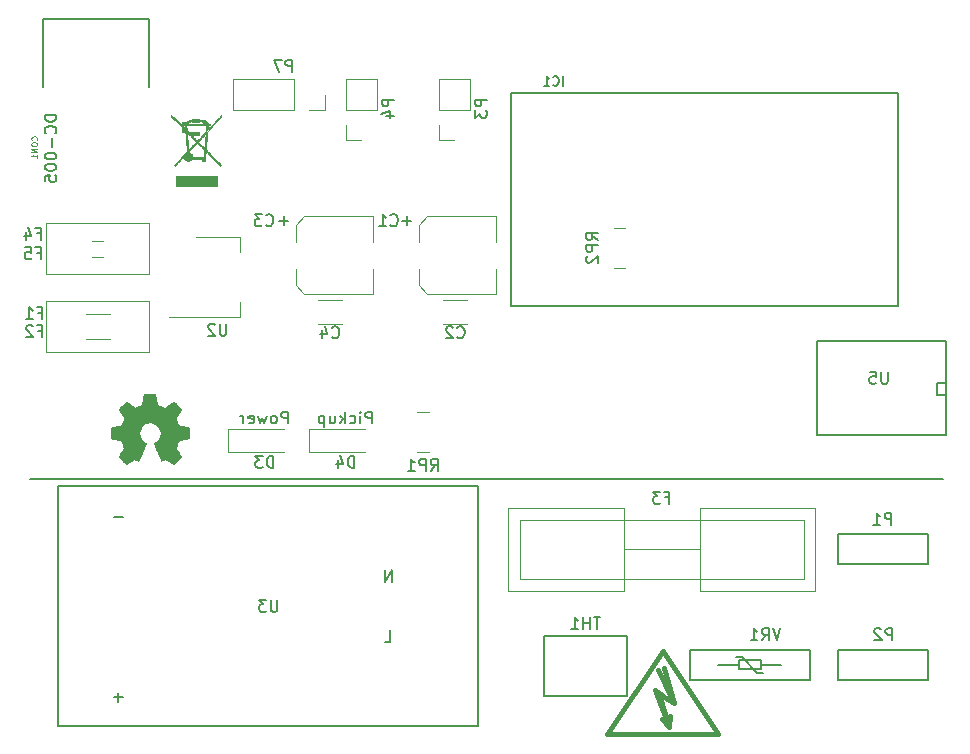
<source format=gbr>
G04 #@! TF.FileFunction,Legend,Bot*
%FSLAX46Y46*%
G04 Gerber Fmt 4.6, Leading zero omitted, Abs format (unit mm)*
G04 Created by KiCad (PCBNEW 4.0.4-stable) date 07/15/18 19:45:34*
%MOMM*%
%LPD*%
G01*
G04 APERTURE LIST*
%ADD10C,0.100000*%
%ADD11C,0.200000*%
%ADD12C,0.381000*%
%ADD13C,0.120000*%
%ADD14C,0.150000*%
%ADD15C,0.010000*%
%ADD16C,0.125000*%
%ADD17C,0.160000*%
G04 APERTURE END LIST*
D10*
D11*
X199834500Y-95885000D02*
X122555000Y-95885000D01*
D12*
X176646840Y-116880640D02*
X175447960Y-113781840D01*
X175447960Y-113781840D02*
X176047400Y-114180620D01*
X177048160Y-114881660D02*
X175747680Y-112080040D01*
X176646840Y-116880640D02*
X176047400Y-116182140D01*
X176248060Y-111881920D02*
X177048160Y-114881660D01*
X177048160Y-114881660D02*
X175849280Y-114081560D01*
X175849280Y-114081560D02*
X176646840Y-116880640D01*
X176646840Y-116880640D02*
X176748440Y-115981480D01*
X176149000Y-110490000D02*
X171450000Y-117475000D01*
X171450000Y-117475000D02*
X180848000Y-117475000D01*
X180848000Y-117475000D02*
X176149000Y-110490000D01*
D13*
X162050000Y-73662000D02*
X162050000Y-75842000D01*
X162050000Y-80262000D02*
X162050000Y-78082000D01*
X155450000Y-74422000D02*
X155450000Y-75842000D01*
X155450000Y-79502000D02*
X155450000Y-78082000D01*
X162050000Y-73662000D02*
X156210000Y-73662000D01*
X156210000Y-73662000D02*
X155450000Y-74422000D01*
X155450000Y-79502000D02*
X156210000Y-80262000D01*
X156210000Y-80262000D02*
X162050000Y-80262000D01*
X159560000Y-82808000D02*
X157560000Y-82808000D01*
X157560000Y-80768000D02*
X159560000Y-80768000D01*
X151636000Y-73662000D02*
X151636000Y-75842000D01*
X151636000Y-80262000D02*
X151636000Y-78082000D01*
X145036000Y-74422000D02*
X145036000Y-75842000D01*
X145036000Y-79502000D02*
X145036000Y-78082000D01*
X151636000Y-73662000D02*
X145796000Y-73662000D01*
X145796000Y-73662000D02*
X145036000Y-74422000D01*
X145036000Y-79502000D02*
X145796000Y-80262000D01*
X145796000Y-80262000D02*
X151636000Y-80262000D01*
X148955000Y-82808000D02*
X146955000Y-82808000D01*
X146955000Y-80768000D02*
X148955000Y-80768000D01*
D14*
X123643000Y-56921500D02*
X123643000Y-62721500D01*
X132643000Y-56921500D02*
X123643000Y-56921500D01*
X132643000Y-56921500D02*
X132643000Y-62721500D01*
D13*
X139330000Y-93596500D02*
X139330000Y-91696500D01*
X139330000Y-91696500D02*
X144030000Y-91696500D01*
X139330000Y-93596500D02*
X144030000Y-93596500D01*
X146188000Y-93596500D02*
X146188000Y-91696500D01*
X146188000Y-91696500D02*
X150888000Y-91696500D01*
X146188000Y-93596500D02*
X150888000Y-93596500D01*
X123900000Y-85114500D02*
X132640000Y-85114500D01*
X123900000Y-85114500D02*
X123900000Y-80874500D01*
X132640000Y-80874500D02*
X132640000Y-85114500D01*
X132640000Y-80874500D02*
X123900000Y-80874500D01*
X129334000Y-81924500D02*
X127334000Y-81924500D01*
X127334000Y-84064500D02*
X129334000Y-84064500D01*
X172805000Y-101854000D02*
X179305000Y-101854000D01*
X172805000Y-98354000D02*
X172805000Y-105354000D01*
X164055000Y-105354000D02*
X172805000Y-105354000D01*
X164055000Y-98354000D02*
X172805000Y-98354000D01*
X186805000Y-104354000D02*
X188055000Y-104354000D01*
X186555000Y-99354000D02*
X188055000Y-99354000D01*
X174555000Y-104354000D02*
X186805000Y-104354000D01*
X174805000Y-99354000D02*
X186555000Y-99354000D01*
X164055000Y-104354000D02*
X174555000Y-104354000D01*
X164055000Y-99354000D02*
X174805000Y-99354000D01*
X164055000Y-99354000D02*
X164055000Y-104354000D01*
X163055000Y-98354000D02*
X164055000Y-98354000D01*
X163055000Y-98354000D02*
X163055000Y-105354000D01*
X163055000Y-105354000D02*
X164055000Y-105354000D01*
X188055000Y-99354000D02*
X188055000Y-104354000D01*
X179305000Y-98354000D02*
X189055000Y-98354000D01*
X189055000Y-98354000D02*
X189055000Y-105354000D01*
X179305000Y-105354000D02*
X189055000Y-105354000D01*
X179305000Y-98354000D02*
X179305000Y-105354000D01*
X128770000Y-75710500D02*
X127770000Y-75710500D01*
X127770000Y-77070500D02*
X128770000Y-77070500D01*
X123900000Y-78510500D02*
X132640000Y-78510500D01*
X123900000Y-78510500D02*
X123900000Y-74270500D01*
X132640000Y-74270500D02*
X132640000Y-78510500D01*
X132640000Y-74270500D02*
X123900000Y-74270500D01*
D14*
X198564000Y-100584000D02*
X198564000Y-103124000D01*
X198564000Y-103124000D02*
X190944000Y-103124000D01*
X190944000Y-103124000D02*
X190944000Y-100584000D01*
X190944000Y-100584000D02*
X198564000Y-100584000D01*
X198628000Y-110363000D02*
X198628000Y-112903000D01*
X198628000Y-112903000D02*
X191008000Y-112903000D01*
X191008000Y-112903000D02*
X191008000Y-110363000D01*
X191008000Y-110363000D02*
X198628000Y-110363000D01*
D13*
X157166000Y-62043000D02*
X159826000Y-62043000D01*
X157166000Y-64643000D02*
X157166000Y-62043000D01*
X159826000Y-64643000D02*
X159826000Y-62043000D01*
X157166000Y-64643000D02*
X159826000Y-64643000D01*
X157166000Y-65913000D02*
X157166000Y-67243000D01*
X157166000Y-67243000D02*
X158496000Y-67243000D01*
X149292000Y-62043000D02*
X151952000Y-62043000D01*
X149292000Y-64643000D02*
X149292000Y-62043000D01*
X151952000Y-64643000D02*
X151952000Y-62043000D01*
X149292000Y-64643000D02*
X151952000Y-64643000D01*
X149292000Y-65913000D02*
X149292000Y-67243000D01*
X149292000Y-67243000D02*
X150622000Y-67243000D01*
X156329000Y-90268000D02*
X155329000Y-90268000D01*
X156329000Y-93628000D02*
X155329000Y-93628000D01*
X172966000Y-74647000D02*
X171966000Y-74647000D01*
X172966000Y-78007000D02*
X171966000Y-78007000D01*
D14*
X166068000Y-109166000D02*
X173068000Y-109166000D01*
X166068000Y-114266000D02*
X173068000Y-114266000D01*
X173068000Y-114266000D02*
X173068000Y-109166000D01*
X166068000Y-114266000D02*
X166068000Y-109166000D01*
D13*
X140340000Y-75393500D02*
X140340000Y-76653500D01*
X140340000Y-82213500D02*
X140340000Y-80953500D01*
X136580000Y-75393500D02*
X140340000Y-75393500D01*
X134330000Y-82213500D02*
X140340000Y-82213500D01*
D14*
X200152000Y-92202000D02*
X200152000Y-84201000D01*
X189230000Y-84201000D02*
X189230000Y-92202000D01*
X200152000Y-84201000D02*
X189230000Y-84201000D01*
X189230000Y-92202000D02*
X200152000Y-92202000D01*
X200152000Y-87757000D02*
X199390000Y-87757000D01*
X199390000Y-87757000D02*
X199390000Y-88773000D01*
X199390000Y-88773000D02*
X200152000Y-88773000D01*
X182575200Y-111633000D02*
X180848000Y-111633000D01*
X184480200Y-111633000D02*
X186182000Y-111633000D01*
X188595000Y-112903000D02*
X188595000Y-110363000D01*
X188595000Y-110363000D02*
X178435000Y-110363000D01*
X178435000Y-110363000D02*
X178435000Y-112903000D01*
X178435000Y-112903000D02*
X188595000Y-112903000D01*
X184150000Y-112331500D02*
X184658000Y-112331500D01*
X182880000Y-110934500D02*
X182372000Y-110934500D01*
X184150000Y-112331500D02*
X182880000Y-110934500D01*
X184467500Y-111633000D02*
X184467500Y-112014000D01*
X184467500Y-112014000D02*
X182562500Y-112014000D01*
X182562500Y-112014000D02*
X182562500Y-111633000D01*
X182562500Y-111633000D02*
X182562500Y-111252000D01*
X182562500Y-111252000D02*
X183515000Y-111252000D01*
X184467500Y-111633000D02*
X184467500Y-111252000D01*
X184467500Y-111252000D02*
X183515000Y-111252000D01*
X196088000Y-63246000D02*
X196088000Y-81280000D01*
X163322000Y-81280000D02*
X163322000Y-63246000D01*
X196088000Y-63246000D02*
X163322000Y-63246000D01*
X163322000Y-81280000D02*
X196088000Y-81280000D01*
X160528000Y-116840000D02*
X124968000Y-116840000D01*
X124968000Y-116840000D02*
X124968000Y-96520000D01*
X124968000Y-96520000D02*
X160528000Y-96520000D01*
X160528000Y-96520000D02*
X160528000Y-116840000D01*
D13*
X139767000Y-64703000D02*
X139767000Y-62043000D01*
X144907000Y-64703000D02*
X139767000Y-64703000D01*
X144907000Y-62043000D02*
X139767000Y-62043000D01*
X144907000Y-64703000D02*
X144907000Y-62043000D01*
X146177000Y-64703000D02*
X147507000Y-64703000D01*
X147507000Y-64703000D02*
X147507000Y-63373000D01*
D15*
G36*
X132159186Y-89162931D02*
X132075365Y-89607555D01*
X131766080Y-89735053D01*
X131456794Y-89862551D01*
X131085754Y-89610246D01*
X130981843Y-89539996D01*
X130887913Y-89477272D01*
X130808348Y-89424938D01*
X130747530Y-89385857D01*
X130709843Y-89362893D01*
X130699579Y-89357942D01*
X130681090Y-89370676D01*
X130641580Y-89405882D01*
X130585478Y-89459062D01*
X130517213Y-89525718D01*
X130441214Y-89601354D01*
X130361908Y-89681472D01*
X130283725Y-89761574D01*
X130211093Y-89837164D01*
X130148441Y-89903745D01*
X130100197Y-89956818D01*
X130070790Y-89991887D01*
X130063759Y-90003623D01*
X130073877Y-90025260D01*
X130102241Y-90072662D01*
X130145871Y-90141193D01*
X130201782Y-90226215D01*
X130266994Y-90323093D01*
X130304781Y-90378350D01*
X130373657Y-90479248D01*
X130434860Y-90570299D01*
X130485422Y-90646970D01*
X130522372Y-90704728D01*
X130542742Y-90739043D01*
X130545803Y-90746254D01*
X130538864Y-90766748D01*
X130519949Y-90814513D01*
X130491913Y-90882832D01*
X130457609Y-90964989D01*
X130419891Y-91054270D01*
X130381613Y-91143958D01*
X130345630Y-91227338D01*
X130314794Y-91297694D01*
X130291961Y-91348310D01*
X130279983Y-91372471D01*
X130279276Y-91373422D01*
X130260469Y-91378036D01*
X130210382Y-91388328D01*
X130134207Y-91403287D01*
X130037135Y-91421901D01*
X129924357Y-91443159D01*
X129858558Y-91455418D01*
X129738050Y-91478362D01*
X129629203Y-91500195D01*
X129537524Y-91519722D01*
X129468519Y-91535748D01*
X129427696Y-91547079D01*
X129419489Y-91550674D01*
X129411452Y-91575006D01*
X129404967Y-91629959D01*
X129400030Y-91709108D01*
X129396636Y-91806026D01*
X129394782Y-91914287D01*
X129394462Y-92027465D01*
X129395673Y-92139135D01*
X129398410Y-92242868D01*
X129402669Y-92332241D01*
X129408445Y-92400826D01*
X129415733Y-92442197D01*
X129420105Y-92450810D01*
X129446236Y-92461133D01*
X129501607Y-92475892D01*
X129578893Y-92493352D01*
X129670770Y-92511780D01*
X129702842Y-92517741D01*
X129857476Y-92546066D01*
X129979625Y-92568876D01*
X130073327Y-92587080D01*
X130142616Y-92601583D01*
X130191529Y-92613292D01*
X130224103Y-92623115D01*
X130244372Y-92631956D01*
X130256374Y-92640724D01*
X130258053Y-92642457D01*
X130274816Y-92670371D01*
X130300386Y-92724695D01*
X130332212Y-92798777D01*
X130367740Y-92885965D01*
X130404417Y-92979608D01*
X130439689Y-93073052D01*
X130471004Y-93159647D01*
X130495807Y-93232740D01*
X130511546Y-93285678D01*
X130515668Y-93311811D01*
X130515324Y-93312726D01*
X130501359Y-93334086D01*
X130469678Y-93381084D01*
X130423609Y-93448827D01*
X130366482Y-93532423D01*
X130301627Y-93626982D01*
X130283157Y-93653854D01*
X130217301Y-93751275D01*
X130159350Y-93840163D01*
X130112462Y-93915412D01*
X130079793Y-93971920D01*
X130064500Y-94004581D01*
X130063759Y-94008593D01*
X130076608Y-94029684D01*
X130112112Y-94071464D01*
X130165707Y-94129445D01*
X130232829Y-94199135D01*
X130308913Y-94276045D01*
X130389396Y-94355683D01*
X130469713Y-94433561D01*
X130545301Y-94505186D01*
X130611595Y-94566070D01*
X130664031Y-94611721D01*
X130698045Y-94637650D01*
X130707455Y-94641883D01*
X130729357Y-94631912D01*
X130774200Y-94605020D01*
X130834679Y-94565736D01*
X130881211Y-94534117D01*
X130965525Y-94476098D01*
X131065374Y-94407784D01*
X131165527Y-94339579D01*
X131219373Y-94303075D01*
X131401629Y-94179800D01*
X131554619Y-94262520D01*
X131624318Y-94298759D01*
X131683586Y-94326926D01*
X131723689Y-94342991D01*
X131733897Y-94345226D01*
X131746171Y-94328722D01*
X131770387Y-94282082D01*
X131804737Y-94209609D01*
X131847412Y-94115606D01*
X131896606Y-94004374D01*
X131950510Y-93880215D01*
X132007316Y-93747432D01*
X132065218Y-93610327D01*
X132122407Y-93473202D01*
X132177076Y-93340358D01*
X132227416Y-93216098D01*
X132271620Y-93104725D01*
X132307881Y-93010539D01*
X132334391Y-92937844D01*
X132349342Y-92890941D01*
X132351746Y-92874833D01*
X132332689Y-92854286D01*
X132290964Y-92820933D01*
X132235294Y-92781702D01*
X132230622Y-92778599D01*
X132086736Y-92663423D01*
X131970717Y-92529053D01*
X131883570Y-92379784D01*
X131826301Y-92219913D01*
X131799914Y-92053737D01*
X131805415Y-91885552D01*
X131843810Y-91719655D01*
X131916105Y-91560342D01*
X131937374Y-91525487D01*
X132048004Y-91384737D01*
X132178698Y-91271714D01*
X132324936Y-91187003D01*
X132482192Y-91131194D01*
X132645943Y-91104874D01*
X132811667Y-91108630D01*
X132974838Y-91143050D01*
X133130935Y-91208723D01*
X133275433Y-91306235D01*
X133320131Y-91345813D01*
X133433888Y-91469703D01*
X133516782Y-91600124D01*
X133573644Y-91746315D01*
X133605313Y-91891088D01*
X133613131Y-92053860D01*
X133587062Y-92217440D01*
X133529755Y-92376298D01*
X133443856Y-92524906D01*
X133332014Y-92657735D01*
X133196877Y-92769256D01*
X133179117Y-92781011D01*
X133122850Y-92819508D01*
X133080077Y-92852863D01*
X133059628Y-92874160D01*
X133059331Y-92874833D01*
X133063721Y-92897871D01*
X133081124Y-92950157D01*
X133109732Y-93027390D01*
X133147735Y-93125268D01*
X133193326Y-93239491D01*
X133244697Y-93365758D01*
X133300038Y-93499767D01*
X133357542Y-93637218D01*
X133415399Y-93773808D01*
X133471802Y-93905237D01*
X133524942Y-94027205D01*
X133573010Y-94135409D01*
X133614199Y-94225549D01*
X133646699Y-94293323D01*
X133668703Y-94334430D01*
X133677564Y-94345226D01*
X133704640Y-94336819D01*
X133755303Y-94314272D01*
X133820817Y-94281613D01*
X133856841Y-94262520D01*
X134009832Y-94179800D01*
X134192088Y-94303075D01*
X134285125Y-94366228D01*
X134386985Y-94435727D01*
X134482438Y-94501165D01*
X134530250Y-94534117D01*
X134597495Y-94579273D01*
X134654436Y-94615057D01*
X134693646Y-94636938D01*
X134706381Y-94641563D01*
X134724917Y-94629085D01*
X134765941Y-94594252D01*
X134825475Y-94540678D01*
X134899542Y-94471983D01*
X134984165Y-94391781D01*
X135037685Y-94340286D01*
X135131319Y-94248286D01*
X135212241Y-94165999D01*
X135277177Y-94096945D01*
X135322858Y-94044644D01*
X135346011Y-94012616D01*
X135348232Y-94006116D01*
X135337924Y-93981394D01*
X135309439Y-93931405D01*
X135265937Y-93861212D01*
X135210577Y-93775875D01*
X135146520Y-93680456D01*
X135128303Y-93653854D01*
X135061927Y-93557167D01*
X135002378Y-93470117D01*
X134952984Y-93397595D01*
X134917075Y-93344493D01*
X134897981Y-93315703D01*
X134896136Y-93312726D01*
X134898895Y-93289782D01*
X134913538Y-93239336D01*
X134937513Y-93168041D01*
X134968266Y-93082547D01*
X135003244Y-92989507D01*
X135039893Y-92895574D01*
X135075661Y-92807399D01*
X135107994Y-92731634D01*
X135134338Y-92674931D01*
X135152142Y-92643943D01*
X135153407Y-92642457D01*
X135164294Y-92633601D01*
X135182682Y-92624843D01*
X135212606Y-92615277D01*
X135258103Y-92603996D01*
X135323209Y-92590093D01*
X135411961Y-92572663D01*
X135528393Y-92550798D01*
X135676542Y-92523591D01*
X135708618Y-92517741D01*
X135803686Y-92499374D01*
X135886565Y-92481405D01*
X135949930Y-92465569D01*
X135986458Y-92453600D01*
X135991356Y-92450810D01*
X135999427Y-92426072D01*
X136005987Y-92370790D01*
X136011033Y-92291389D01*
X136014559Y-92194296D01*
X136016561Y-92085938D01*
X136017036Y-91972740D01*
X136015977Y-91861128D01*
X136013382Y-91757529D01*
X136009246Y-91668368D01*
X136003563Y-91600072D01*
X135996331Y-91559066D01*
X135991971Y-91550674D01*
X135967698Y-91542208D01*
X135912426Y-91528435D01*
X135831662Y-91510550D01*
X135730912Y-91489748D01*
X135615683Y-91467223D01*
X135552902Y-91455418D01*
X135433787Y-91433151D01*
X135327565Y-91412979D01*
X135239427Y-91395915D01*
X135174566Y-91382969D01*
X135138174Y-91375155D01*
X135132184Y-91373422D01*
X135122061Y-91353890D01*
X135100662Y-91306843D01*
X135070839Y-91239003D01*
X135035445Y-91157091D01*
X134997332Y-91067828D01*
X134959353Y-90977935D01*
X134924360Y-90894135D01*
X134895206Y-90823147D01*
X134874743Y-90771694D01*
X134865823Y-90746497D01*
X134865657Y-90745396D01*
X134875769Y-90725519D01*
X134904117Y-90679777D01*
X134947723Y-90612717D01*
X135003606Y-90528884D01*
X135068787Y-90432826D01*
X135106679Y-90377650D01*
X135175725Y-90276481D01*
X135237050Y-90184630D01*
X135287663Y-90106744D01*
X135324571Y-90047469D01*
X135344782Y-90011451D01*
X135347701Y-90003377D01*
X135335153Y-89984584D01*
X135300463Y-89944457D01*
X135248063Y-89887493D01*
X135182384Y-89818185D01*
X135107856Y-89741031D01*
X135028913Y-89660525D01*
X134949983Y-89581163D01*
X134875500Y-89507440D01*
X134809894Y-89443852D01*
X134757596Y-89394894D01*
X134723039Y-89365061D01*
X134711478Y-89357942D01*
X134692654Y-89367953D01*
X134647631Y-89396078D01*
X134580787Y-89439454D01*
X134496499Y-89495218D01*
X134399144Y-89560506D01*
X134325707Y-89610246D01*
X133954667Y-89862551D01*
X133336095Y-89607555D01*
X133252275Y-89162931D01*
X133168454Y-88718307D01*
X132243006Y-88718307D01*
X132159186Y-89162931D01*
X132159186Y-89162931D01*
G37*
X132159186Y-89162931D02*
X132075365Y-89607555D01*
X131766080Y-89735053D01*
X131456794Y-89862551D01*
X131085754Y-89610246D01*
X130981843Y-89539996D01*
X130887913Y-89477272D01*
X130808348Y-89424938D01*
X130747530Y-89385857D01*
X130709843Y-89362893D01*
X130699579Y-89357942D01*
X130681090Y-89370676D01*
X130641580Y-89405882D01*
X130585478Y-89459062D01*
X130517213Y-89525718D01*
X130441214Y-89601354D01*
X130361908Y-89681472D01*
X130283725Y-89761574D01*
X130211093Y-89837164D01*
X130148441Y-89903745D01*
X130100197Y-89956818D01*
X130070790Y-89991887D01*
X130063759Y-90003623D01*
X130073877Y-90025260D01*
X130102241Y-90072662D01*
X130145871Y-90141193D01*
X130201782Y-90226215D01*
X130266994Y-90323093D01*
X130304781Y-90378350D01*
X130373657Y-90479248D01*
X130434860Y-90570299D01*
X130485422Y-90646970D01*
X130522372Y-90704728D01*
X130542742Y-90739043D01*
X130545803Y-90746254D01*
X130538864Y-90766748D01*
X130519949Y-90814513D01*
X130491913Y-90882832D01*
X130457609Y-90964989D01*
X130419891Y-91054270D01*
X130381613Y-91143958D01*
X130345630Y-91227338D01*
X130314794Y-91297694D01*
X130291961Y-91348310D01*
X130279983Y-91372471D01*
X130279276Y-91373422D01*
X130260469Y-91378036D01*
X130210382Y-91388328D01*
X130134207Y-91403287D01*
X130037135Y-91421901D01*
X129924357Y-91443159D01*
X129858558Y-91455418D01*
X129738050Y-91478362D01*
X129629203Y-91500195D01*
X129537524Y-91519722D01*
X129468519Y-91535748D01*
X129427696Y-91547079D01*
X129419489Y-91550674D01*
X129411452Y-91575006D01*
X129404967Y-91629959D01*
X129400030Y-91709108D01*
X129396636Y-91806026D01*
X129394782Y-91914287D01*
X129394462Y-92027465D01*
X129395673Y-92139135D01*
X129398410Y-92242868D01*
X129402669Y-92332241D01*
X129408445Y-92400826D01*
X129415733Y-92442197D01*
X129420105Y-92450810D01*
X129446236Y-92461133D01*
X129501607Y-92475892D01*
X129578893Y-92493352D01*
X129670770Y-92511780D01*
X129702842Y-92517741D01*
X129857476Y-92546066D01*
X129979625Y-92568876D01*
X130073327Y-92587080D01*
X130142616Y-92601583D01*
X130191529Y-92613292D01*
X130224103Y-92623115D01*
X130244372Y-92631956D01*
X130256374Y-92640724D01*
X130258053Y-92642457D01*
X130274816Y-92670371D01*
X130300386Y-92724695D01*
X130332212Y-92798777D01*
X130367740Y-92885965D01*
X130404417Y-92979608D01*
X130439689Y-93073052D01*
X130471004Y-93159647D01*
X130495807Y-93232740D01*
X130511546Y-93285678D01*
X130515668Y-93311811D01*
X130515324Y-93312726D01*
X130501359Y-93334086D01*
X130469678Y-93381084D01*
X130423609Y-93448827D01*
X130366482Y-93532423D01*
X130301627Y-93626982D01*
X130283157Y-93653854D01*
X130217301Y-93751275D01*
X130159350Y-93840163D01*
X130112462Y-93915412D01*
X130079793Y-93971920D01*
X130064500Y-94004581D01*
X130063759Y-94008593D01*
X130076608Y-94029684D01*
X130112112Y-94071464D01*
X130165707Y-94129445D01*
X130232829Y-94199135D01*
X130308913Y-94276045D01*
X130389396Y-94355683D01*
X130469713Y-94433561D01*
X130545301Y-94505186D01*
X130611595Y-94566070D01*
X130664031Y-94611721D01*
X130698045Y-94637650D01*
X130707455Y-94641883D01*
X130729357Y-94631912D01*
X130774200Y-94605020D01*
X130834679Y-94565736D01*
X130881211Y-94534117D01*
X130965525Y-94476098D01*
X131065374Y-94407784D01*
X131165527Y-94339579D01*
X131219373Y-94303075D01*
X131401629Y-94179800D01*
X131554619Y-94262520D01*
X131624318Y-94298759D01*
X131683586Y-94326926D01*
X131723689Y-94342991D01*
X131733897Y-94345226D01*
X131746171Y-94328722D01*
X131770387Y-94282082D01*
X131804737Y-94209609D01*
X131847412Y-94115606D01*
X131896606Y-94004374D01*
X131950510Y-93880215D01*
X132007316Y-93747432D01*
X132065218Y-93610327D01*
X132122407Y-93473202D01*
X132177076Y-93340358D01*
X132227416Y-93216098D01*
X132271620Y-93104725D01*
X132307881Y-93010539D01*
X132334391Y-92937844D01*
X132349342Y-92890941D01*
X132351746Y-92874833D01*
X132332689Y-92854286D01*
X132290964Y-92820933D01*
X132235294Y-92781702D01*
X132230622Y-92778599D01*
X132086736Y-92663423D01*
X131970717Y-92529053D01*
X131883570Y-92379784D01*
X131826301Y-92219913D01*
X131799914Y-92053737D01*
X131805415Y-91885552D01*
X131843810Y-91719655D01*
X131916105Y-91560342D01*
X131937374Y-91525487D01*
X132048004Y-91384737D01*
X132178698Y-91271714D01*
X132324936Y-91187003D01*
X132482192Y-91131194D01*
X132645943Y-91104874D01*
X132811667Y-91108630D01*
X132974838Y-91143050D01*
X133130935Y-91208723D01*
X133275433Y-91306235D01*
X133320131Y-91345813D01*
X133433888Y-91469703D01*
X133516782Y-91600124D01*
X133573644Y-91746315D01*
X133605313Y-91891088D01*
X133613131Y-92053860D01*
X133587062Y-92217440D01*
X133529755Y-92376298D01*
X133443856Y-92524906D01*
X133332014Y-92657735D01*
X133196877Y-92769256D01*
X133179117Y-92781011D01*
X133122850Y-92819508D01*
X133080077Y-92852863D01*
X133059628Y-92874160D01*
X133059331Y-92874833D01*
X133063721Y-92897871D01*
X133081124Y-92950157D01*
X133109732Y-93027390D01*
X133147735Y-93125268D01*
X133193326Y-93239491D01*
X133244697Y-93365758D01*
X133300038Y-93499767D01*
X133357542Y-93637218D01*
X133415399Y-93773808D01*
X133471802Y-93905237D01*
X133524942Y-94027205D01*
X133573010Y-94135409D01*
X133614199Y-94225549D01*
X133646699Y-94293323D01*
X133668703Y-94334430D01*
X133677564Y-94345226D01*
X133704640Y-94336819D01*
X133755303Y-94314272D01*
X133820817Y-94281613D01*
X133856841Y-94262520D01*
X134009832Y-94179800D01*
X134192088Y-94303075D01*
X134285125Y-94366228D01*
X134386985Y-94435727D01*
X134482438Y-94501165D01*
X134530250Y-94534117D01*
X134597495Y-94579273D01*
X134654436Y-94615057D01*
X134693646Y-94636938D01*
X134706381Y-94641563D01*
X134724917Y-94629085D01*
X134765941Y-94594252D01*
X134825475Y-94540678D01*
X134899542Y-94471983D01*
X134984165Y-94391781D01*
X135037685Y-94340286D01*
X135131319Y-94248286D01*
X135212241Y-94165999D01*
X135277177Y-94096945D01*
X135322858Y-94044644D01*
X135346011Y-94012616D01*
X135348232Y-94006116D01*
X135337924Y-93981394D01*
X135309439Y-93931405D01*
X135265937Y-93861212D01*
X135210577Y-93775875D01*
X135146520Y-93680456D01*
X135128303Y-93653854D01*
X135061927Y-93557167D01*
X135002378Y-93470117D01*
X134952984Y-93397595D01*
X134917075Y-93344493D01*
X134897981Y-93315703D01*
X134896136Y-93312726D01*
X134898895Y-93289782D01*
X134913538Y-93239336D01*
X134937513Y-93168041D01*
X134968266Y-93082547D01*
X135003244Y-92989507D01*
X135039893Y-92895574D01*
X135075661Y-92807399D01*
X135107994Y-92731634D01*
X135134338Y-92674931D01*
X135152142Y-92643943D01*
X135153407Y-92642457D01*
X135164294Y-92633601D01*
X135182682Y-92624843D01*
X135212606Y-92615277D01*
X135258103Y-92603996D01*
X135323209Y-92590093D01*
X135411961Y-92572663D01*
X135528393Y-92550798D01*
X135676542Y-92523591D01*
X135708618Y-92517741D01*
X135803686Y-92499374D01*
X135886565Y-92481405D01*
X135949930Y-92465569D01*
X135986458Y-92453600D01*
X135991356Y-92450810D01*
X135999427Y-92426072D01*
X136005987Y-92370790D01*
X136011033Y-92291389D01*
X136014559Y-92194296D01*
X136016561Y-92085938D01*
X136017036Y-91972740D01*
X136015977Y-91861128D01*
X136013382Y-91757529D01*
X136009246Y-91668368D01*
X136003563Y-91600072D01*
X135996331Y-91559066D01*
X135991971Y-91550674D01*
X135967698Y-91542208D01*
X135912426Y-91528435D01*
X135831662Y-91510550D01*
X135730912Y-91489748D01*
X135615683Y-91467223D01*
X135552902Y-91455418D01*
X135433787Y-91433151D01*
X135327565Y-91412979D01*
X135239427Y-91395915D01*
X135174566Y-91382969D01*
X135138174Y-91375155D01*
X135132184Y-91373422D01*
X135122061Y-91353890D01*
X135100662Y-91306843D01*
X135070839Y-91239003D01*
X135035445Y-91157091D01*
X134997332Y-91067828D01*
X134959353Y-90977935D01*
X134924360Y-90894135D01*
X134895206Y-90823147D01*
X134874743Y-90771694D01*
X134865823Y-90746497D01*
X134865657Y-90745396D01*
X134875769Y-90725519D01*
X134904117Y-90679777D01*
X134947723Y-90612717D01*
X135003606Y-90528884D01*
X135068787Y-90432826D01*
X135106679Y-90377650D01*
X135175725Y-90276481D01*
X135237050Y-90184630D01*
X135287663Y-90106744D01*
X135324571Y-90047469D01*
X135344782Y-90011451D01*
X135347701Y-90003377D01*
X135335153Y-89984584D01*
X135300463Y-89944457D01*
X135248063Y-89887493D01*
X135182384Y-89818185D01*
X135107856Y-89741031D01*
X135028913Y-89660525D01*
X134949983Y-89581163D01*
X134875500Y-89507440D01*
X134809894Y-89443852D01*
X134757596Y-89394894D01*
X134723039Y-89365061D01*
X134711478Y-89357942D01*
X134692654Y-89367953D01*
X134647631Y-89396078D01*
X134580787Y-89439454D01*
X134496499Y-89495218D01*
X134399144Y-89560506D01*
X134325707Y-89610246D01*
X133954667Y-89862551D01*
X133336095Y-89607555D01*
X133252275Y-89162931D01*
X133168454Y-88718307D01*
X132243006Y-88718307D01*
X132159186Y-89162931D01*
G36*
X134904178Y-71089822D02*
X138424971Y-71089822D01*
X138424971Y-70222198D01*
X134904178Y-70222198D01*
X134904178Y-71089822D01*
X134904178Y-71089822D01*
G37*
X134904178Y-71089822D02*
X138424971Y-71089822D01*
X138424971Y-70222198D01*
X134904178Y-70222198D01*
X134904178Y-71089822D01*
G36*
X134527570Y-65136848D02*
X134528189Y-65223931D01*
X134979914Y-65682891D01*
X135431639Y-66141852D01*
X135431968Y-66352471D01*
X135432297Y-66563089D01*
X135707390Y-66563089D01*
X135714478Y-66616530D01*
X135717162Y-66640888D01*
X135721687Y-66686759D01*
X135727809Y-66751405D01*
X135735288Y-66832091D01*
X135743881Y-66926081D01*
X135753346Y-67030637D01*
X135763442Y-67143025D01*
X135773926Y-67260507D01*
X135784556Y-67380348D01*
X135795091Y-67499811D01*
X135805287Y-67616159D01*
X135814905Y-67726657D01*
X135823700Y-67828569D01*
X135831432Y-67919158D01*
X135837858Y-67995687D01*
X135842737Y-68055421D01*
X135845825Y-68095624D01*
X135846883Y-68113559D01*
X135846882Y-68113644D01*
X135839173Y-68128035D01*
X135816019Y-68157748D01*
X135777105Y-68203131D01*
X135722116Y-68264529D01*
X135650736Y-68342288D01*
X135562651Y-68436754D01*
X135457546Y-68548272D01*
X135335105Y-68677188D01*
X135300690Y-68713287D01*
X134754863Y-69285416D01*
X134843119Y-69373436D01*
X134914515Y-69295758D01*
X134940634Y-69267686D01*
X134981434Y-69224274D01*
X135034223Y-69168366D01*
X135096309Y-69102808D01*
X135165000Y-69030441D01*
X135237604Y-68954112D01*
X135281040Y-68908524D01*
X135362584Y-68823119D01*
X135428496Y-68754710D01*
X135480456Y-68702053D01*
X135520145Y-68663905D01*
X135549243Y-68639020D01*
X135569431Y-68626156D01*
X135582390Y-68624068D01*
X135589800Y-68631513D01*
X135593342Y-68647246D01*
X135594697Y-68670023D01*
X135594879Y-68676239D01*
X135604297Y-68719061D01*
X135627503Y-68770819D01*
X135659864Y-68823328D01*
X135696748Y-68868403D01*
X135711507Y-68882328D01*
X135787233Y-68931047D01*
X135875692Y-68958306D01*
X135953900Y-68964773D01*
X136042532Y-68952576D01*
X136124388Y-68916813D01*
X136196836Y-68858722D01*
X136210203Y-68844262D01*
X136259082Y-68788733D01*
X137104674Y-68788733D01*
X137104674Y-68964773D01*
X137331010Y-68964773D01*
X137331010Y-68882531D01*
X137333850Y-68826386D01*
X137343393Y-68787416D01*
X137354991Y-68766219D01*
X137363277Y-68751052D01*
X137370373Y-68729062D01*
X137376748Y-68696987D01*
X137382872Y-68651569D01*
X137389216Y-68589548D01*
X137396250Y-68507662D01*
X137401066Y-68446746D01*
X137423161Y-68161343D01*
X137965565Y-68710805D01*
X138063637Y-68810228D01*
X138157784Y-68905815D01*
X138246285Y-68995810D01*
X138327420Y-69078457D01*
X138399469Y-69152001D01*
X138460712Y-69214684D01*
X138509427Y-69264752D01*
X138543896Y-69300448D01*
X138562379Y-69319995D01*
X138592743Y-69350944D01*
X138618071Y-69372530D01*
X138631695Y-69379723D01*
X138649095Y-69371297D01*
X138674460Y-69350245D01*
X138683058Y-69341671D01*
X138719514Y-69303620D01*
X138518802Y-69099658D01*
X138467596Y-69047699D01*
X138401569Y-68980820D01*
X138323618Y-68901950D01*
X138236638Y-68814014D01*
X138143526Y-68719941D01*
X138047179Y-68622658D01*
X137950492Y-68525093D01*
X137881134Y-68455145D01*
X137775703Y-68348550D01*
X137687129Y-68258307D01*
X137614281Y-68183192D01*
X137556023Y-68121986D01*
X137511225Y-68073466D01*
X137489021Y-68048129D01*
X137310724Y-68048129D01*
X137288401Y-68333555D01*
X137281669Y-68417219D01*
X137275157Y-68493727D01*
X137269234Y-68559081D01*
X137264268Y-68609281D01*
X137260629Y-68640329D01*
X137259458Y-68647273D01*
X137252838Y-68675565D01*
X136303364Y-68675565D01*
X136297026Y-68596606D01*
X136277890Y-68503315D01*
X136237846Y-68420791D01*
X136179418Y-68352038D01*
X136105129Y-68300063D01*
X136021748Y-68268863D01*
X135994698Y-68254228D01*
X135981156Y-68222819D01*
X135980872Y-68221434D01*
X135979247Y-68208174D01*
X135981256Y-68194595D01*
X135988858Y-68178181D01*
X136004016Y-68156411D01*
X136028688Y-68126767D01*
X136064836Y-68086732D01*
X136114420Y-68033785D01*
X136179401Y-67965409D01*
X136183599Y-67961005D01*
X136253493Y-67887611D01*
X136327800Y-67809437D01*
X136401414Y-67731864D01*
X136469229Y-67660275D01*
X136526140Y-67600051D01*
X136538832Y-67586587D01*
X136587487Y-67535820D01*
X136630709Y-67492375D01*
X136665395Y-67459241D01*
X136688444Y-67439405D01*
X136696182Y-67435046D01*
X136707722Y-67444170D01*
X136734710Y-67469200D01*
X136775021Y-67508052D01*
X136826529Y-67558643D01*
X136887109Y-67618888D01*
X136954636Y-67686704D01*
X137009826Y-67742565D01*
X137310724Y-68048129D01*
X137489021Y-68048129D01*
X137478751Y-68036411D01*
X137457471Y-68009599D01*
X137446251Y-67991808D01*
X137443754Y-67983570D01*
X137444700Y-67965590D01*
X137447573Y-67924892D01*
X137452187Y-67863819D01*
X137458358Y-67784713D01*
X137465898Y-67689914D01*
X137474621Y-67581767D01*
X137484343Y-67462612D01*
X137494876Y-67334791D01*
X137503365Y-67232635D01*
X137551396Y-66656674D01*
X137427805Y-66656674D01*
X137427273Y-66669104D01*
X137424769Y-66704110D01*
X137420496Y-66759215D01*
X137414653Y-66831943D01*
X137407443Y-66919814D01*
X137399066Y-67020351D01*
X137389723Y-67131077D01*
X137380758Y-67236205D01*
X137370602Y-67355483D01*
X137361142Y-67468080D01*
X137352596Y-67571305D01*
X137345179Y-67662473D01*
X137339108Y-67738895D01*
X137334601Y-67797883D01*
X137331873Y-67836749D01*
X137331116Y-67851844D01*
X137329935Y-67861238D01*
X137325256Y-67864966D01*
X137315276Y-67861471D01*
X137298190Y-67849199D01*
X137272196Y-67826594D01*
X137235490Y-67792100D01*
X137186267Y-67744162D01*
X137122726Y-67681224D01*
X137055305Y-67613968D01*
X136779601Y-67338477D01*
X136781533Y-67336406D01*
X136599290Y-67336406D01*
X136590984Y-67347780D01*
X136567733Y-67374563D01*
X136531865Y-67414292D01*
X136485713Y-67464507D01*
X136431606Y-67522746D01*
X136371874Y-67586547D01*
X136308848Y-67653449D01*
X136244858Y-67720990D01*
X136182236Y-67786710D01*
X136123310Y-67848146D01*
X136070412Y-67902837D01*
X136025872Y-67948322D01*
X135992020Y-67982138D01*
X135971188Y-68001826D01*
X135965506Y-68005837D01*
X135963634Y-67992891D01*
X135959746Y-67957134D01*
X135954057Y-67900804D01*
X135946781Y-67826140D01*
X135938131Y-67735380D01*
X135928322Y-67630762D01*
X135917566Y-67514526D01*
X135906079Y-67388908D01*
X135896907Y-67287618D01*
X135885174Y-67156279D01*
X135874335Y-67032552D01*
X135864570Y-66918681D01*
X135856063Y-66816911D01*
X135848995Y-66729487D01*
X135843549Y-66658653D01*
X135839908Y-66606653D01*
X135838253Y-66575732D01*
X135838442Y-66567703D01*
X135848334Y-66574854D01*
X135873524Y-66597841D01*
X135911810Y-66634439D01*
X135960989Y-66682422D01*
X136018861Y-66739566D01*
X136083222Y-66803647D01*
X136151871Y-66872438D01*
X136222605Y-66943716D01*
X136293222Y-67015255D01*
X136361520Y-67084830D01*
X136425296Y-67150217D01*
X136482350Y-67209191D01*
X136530478Y-67259527D01*
X136567478Y-67298999D01*
X136591148Y-67325383D01*
X136599290Y-67336406D01*
X136781533Y-67336406D01*
X136882409Y-67228295D01*
X136934768Y-67172377D01*
X136993535Y-67109948D01*
X137056385Y-67043443D01*
X137120995Y-66975298D01*
X137185042Y-66907948D01*
X137246203Y-66843828D01*
X137302153Y-66785372D01*
X137350570Y-66735018D01*
X137389130Y-66695198D01*
X137415509Y-66668350D01*
X137427384Y-66656908D01*
X137427805Y-66656674D01*
X137551396Y-66656674D01*
X137563401Y-66512726D01*
X138163938Y-65881158D01*
X138764475Y-65249589D01*
X138764034Y-65161315D01*
X138763592Y-65073040D01*
X138666583Y-65176666D01*
X138612291Y-65234463D01*
X138548192Y-65302368D01*
X138476016Y-65378572D01*
X138397492Y-65461269D01*
X138314349Y-65548653D01*
X138228319Y-65638915D01*
X138141130Y-65730250D01*
X138054513Y-65820849D01*
X137970197Y-65908907D01*
X137889912Y-65992615D01*
X137815387Y-66070167D01*
X137748354Y-66139757D01*
X137690541Y-66199576D01*
X137643679Y-66247818D01*
X137609496Y-66282676D01*
X137589724Y-66302343D01*
X137585390Y-66306116D01*
X137585092Y-66292992D01*
X137586731Y-66259389D01*
X137590023Y-66209880D01*
X137594682Y-66149037D01*
X137596682Y-66124732D01*
X137611577Y-65946951D01*
X137494955Y-65946951D01*
X137488934Y-65975243D01*
X137485863Y-65997618D01*
X137481548Y-66039717D01*
X137476488Y-66096178D01*
X137471181Y-66161635D01*
X137469344Y-66185862D01*
X137463927Y-66255421D01*
X137458459Y-66320018D01*
X137453488Y-66373548D01*
X137449561Y-66409910D01*
X137448675Y-66416509D01*
X137445334Y-66430056D01*
X137438101Y-66445914D01*
X137425440Y-66465861D01*
X137405811Y-66491673D01*
X137377678Y-66525129D01*
X137339502Y-66568007D01*
X137289746Y-66622083D01*
X137226871Y-66689136D01*
X137149341Y-66770943D01*
X137070251Y-66853950D01*
X136991564Y-66936094D01*
X136918112Y-67012169D01*
X136851724Y-67080325D01*
X136794227Y-67138712D01*
X136747451Y-67185481D01*
X136713224Y-67218782D01*
X136693373Y-67236767D01*
X136689140Y-67239442D01*
X136678003Y-67229741D01*
X136651971Y-67204441D01*
X136613570Y-67166082D01*
X136565328Y-67117200D01*
X136509770Y-67060334D01*
X136469592Y-67018906D01*
X136259831Y-66802000D01*
X136878337Y-66802000D01*
X136878337Y-66563089D01*
X136123881Y-66563089D01*
X136123881Y-66669542D01*
X135985565Y-66531654D01*
X135887447Y-66433840D01*
X135696357Y-66433840D01*
X135694529Y-66449270D01*
X135685277Y-66457867D01*
X135662950Y-66461613D01*
X135621895Y-66462489D01*
X135614624Y-66462495D01*
X135532891Y-66462495D01*
X135532891Y-66243172D01*
X135614624Y-66324179D01*
X135660730Y-66373428D01*
X135688306Y-66411159D01*
X135696357Y-66433840D01*
X135887447Y-66433840D01*
X135847248Y-66393766D01*
X135847248Y-66270952D01*
X135846863Y-66214450D01*
X135845100Y-66178505D01*
X135841050Y-66158530D01*
X135833801Y-66149937D01*
X135822870Y-66148139D01*
X135810712Y-66145498D01*
X135801727Y-66134912D01*
X135794826Y-66112381D01*
X135788924Y-66073909D01*
X135782935Y-66015498D01*
X135781013Y-65994104D01*
X135776852Y-65946951D01*
X137494955Y-65946951D01*
X137611577Y-65946951D01*
X137771109Y-65946951D01*
X137771109Y-65833782D01*
X137703314Y-65833782D01*
X137663662Y-65832696D01*
X137642116Y-65827454D01*
X137639480Y-65824334D01*
X137500616Y-65824334D01*
X137493308Y-65831462D01*
X137467993Y-65833662D01*
X137450908Y-65833782D01*
X137393881Y-65833782D01*
X137181221Y-65833782D01*
X135766698Y-65833782D01*
X135814542Y-65784786D01*
X135888850Y-65724324D01*
X135980816Y-65677691D01*
X136091998Y-65644249D01*
X136202471Y-65625753D01*
X136274773Y-65617122D01*
X136274773Y-65708040D01*
X136853188Y-65708040D01*
X136853188Y-65604893D01*
X136938065Y-65613496D01*
X136997368Y-65620756D01*
X137060551Y-65630379D01*
X137098386Y-65637252D01*
X137173832Y-65652407D01*
X137177526Y-65743095D01*
X137181221Y-65833782D01*
X137393881Y-65833782D01*
X137393881Y-65783485D01*
X137395544Y-65751976D01*
X137399697Y-65734463D01*
X137401371Y-65733188D01*
X137419987Y-65741254D01*
X137447183Y-65760820D01*
X137474448Y-65784944D01*
X137493267Y-65806682D01*
X137494943Y-65809508D01*
X137500616Y-65824334D01*
X137639480Y-65824334D01*
X137631662Y-65815081D01*
X137627442Y-65801604D01*
X137610219Y-65766627D01*
X137577138Y-65724579D01*
X137533893Y-65681356D01*
X137486174Y-65642854D01*
X137454830Y-65622801D01*
X137419123Y-65600851D01*
X137400819Y-65582411D01*
X137394388Y-65560668D01*
X137393894Y-65547718D01*
X137393894Y-65544575D01*
X136752594Y-65544575D01*
X136752594Y-65607446D01*
X136375367Y-65607446D01*
X136375367Y-65544575D01*
X136752594Y-65544575D01*
X137393894Y-65544575D01*
X137393881Y-65506852D01*
X137288048Y-65506852D01*
X137239355Y-65508029D01*
X137201405Y-65511165D01*
X137180308Y-65515671D01*
X137178023Y-65517495D01*
X137164641Y-65520295D01*
X137132074Y-65519148D01*
X137085916Y-65514393D01*
X137054376Y-65510003D01*
X136997188Y-65501378D01*
X136944886Y-65493591D01*
X136905582Y-65487847D01*
X136894055Y-65486215D01*
X136863937Y-65476888D01*
X136853188Y-65462272D01*
X136849920Y-65456320D01*
X136838230Y-65451778D01*
X136815288Y-65448470D01*
X136778265Y-65446215D01*
X136724332Y-65444834D01*
X136650660Y-65444150D01*
X136563980Y-65443980D01*
X136471471Y-65444077D01*
X136401094Y-65444530D01*
X136349836Y-65445590D01*
X136314680Y-65447503D01*
X136292611Y-65450519D01*
X136280615Y-65454885D01*
X136275676Y-65460849D01*
X136274773Y-65467784D01*
X136267079Y-65489795D01*
X136241879Y-65502321D01*
X136195991Y-65506788D01*
X136187736Y-65506852D01*
X136110027Y-65514868D01*
X136021767Y-65536936D01*
X135930915Y-65570084D01*
X135845430Y-65611339D01*
X135773274Y-65657731D01*
X135763928Y-65665082D01*
X135733467Y-65688998D01*
X135715428Y-65698576D01*
X135702831Y-65695480D01*
X135689900Y-65682704D01*
X135651707Y-65657678D01*
X135602002Y-65648071D01*
X135548476Y-65653067D01*
X135498822Y-65671851D01*
X135460733Y-65703606D01*
X135457975Y-65707297D01*
X135429474Y-65766575D01*
X135424172Y-65827934D01*
X135441482Y-65886427D01*
X135480820Y-65937104D01*
X135485630Y-65941289D01*
X135513560Y-65961167D01*
X135541898Y-65969921D01*
X135581737Y-65970553D01*
X135591689Y-65969992D01*
X135630668Y-65968562D01*
X135650746Y-65971839D01*
X135658015Y-65981728D01*
X135658760Y-65990961D01*
X135660284Y-66017744D01*
X135664065Y-66058025D01*
X135666782Y-66082124D01*
X135670723Y-66120401D01*
X135669084Y-66139996D01*
X135659579Y-66147158D01*
X135642649Y-66148139D01*
X135632608Y-66144901D01*
X135616410Y-66134420D01*
X135592855Y-66115548D01*
X135560743Y-66087135D01*
X135518872Y-66048035D01*
X135466043Y-65997097D01*
X135401055Y-65933173D01*
X135322709Y-65855114D01*
X135229803Y-65761772D01*
X135121137Y-65651998D01*
X135068769Y-65598952D01*
X134526951Y-65049767D01*
X134527570Y-65136848D01*
X134527570Y-65136848D01*
G37*
X134527570Y-65136848D02*
X134528189Y-65223931D01*
X134979914Y-65682891D01*
X135431639Y-66141852D01*
X135431968Y-66352471D01*
X135432297Y-66563089D01*
X135707390Y-66563089D01*
X135714478Y-66616530D01*
X135717162Y-66640888D01*
X135721687Y-66686759D01*
X135727809Y-66751405D01*
X135735288Y-66832091D01*
X135743881Y-66926081D01*
X135753346Y-67030637D01*
X135763442Y-67143025D01*
X135773926Y-67260507D01*
X135784556Y-67380348D01*
X135795091Y-67499811D01*
X135805287Y-67616159D01*
X135814905Y-67726657D01*
X135823700Y-67828569D01*
X135831432Y-67919158D01*
X135837858Y-67995687D01*
X135842737Y-68055421D01*
X135845825Y-68095624D01*
X135846883Y-68113559D01*
X135846882Y-68113644D01*
X135839173Y-68128035D01*
X135816019Y-68157748D01*
X135777105Y-68203131D01*
X135722116Y-68264529D01*
X135650736Y-68342288D01*
X135562651Y-68436754D01*
X135457546Y-68548272D01*
X135335105Y-68677188D01*
X135300690Y-68713287D01*
X134754863Y-69285416D01*
X134843119Y-69373436D01*
X134914515Y-69295758D01*
X134940634Y-69267686D01*
X134981434Y-69224274D01*
X135034223Y-69168366D01*
X135096309Y-69102808D01*
X135165000Y-69030441D01*
X135237604Y-68954112D01*
X135281040Y-68908524D01*
X135362584Y-68823119D01*
X135428496Y-68754710D01*
X135480456Y-68702053D01*
X135520145Y-68663905D01*
X135549243Y-68639020D01*
X135569431Y-68626156D01*
X135582390Y-68624068D01*
X135589800Y-68631513D01*
X135593342Y-68647246D01*
X135594697Y-68670023D01*
X135594879Y-68676239D01*
X135604297Y-68719061D01*
X135627503Y-68770819D01*
X135659864Y-68823328D01*
X135696748Y-68868403D01*
X135711507Y-68882328D01*
X135787233Y-68931047D01*
X135875692Y-68958306D01*
X135953900Y-68964773D01*
X136042532Y-68952576D01*
X136124388Y-68916813D01*
X136196836Y-68858722D01*
X136210203Y-68844262D01*
X136259082Y-68788733D01*
X137104674Y-68788733D01*
X137104674Y-68964773D01*
X137331010Y-68964773D01*
X137331010Y-68882531D01*
X137333850Y-68826386D01*
X137343393Y-68787416D01*
X137354991Y-68766219D01*
X137363277Y-68751052D01*
X137370373Y-68729062D01*
X137376748Y-68696987D01*
X137382872Y-68651569D01*
X137389216Y-68589548D01*
X137396250Y-68507662D01*
X137401066Y-68446746D01*
X137423161Y-68161343D01*
X137965565Y-68710805D01*
X138063637Y-68810228D01*
X138157784Y-68905815D01*
X138246285Y-68995810D01*
X138327420Y-69078457D01*
X138399469Y-69152001D01*
X138460712Y-69214684D01*
X138509427Y-69264752D01*
X138543896Y-69300448D01*
X138562379Y-69319995D01*
X138592743Y-69350944D01*
X138618071Y-69372530D01*
X138631695Y-69379723D01*
X138649095Y-69371297D01*
X138674460Y-69350245D01*
X138683058Y-69341671D01*
X138719514Y-69303620D01*
X138518802Y-69099658D01*
X138467596Y-69047699D01*
X138401569Y-68980820D01*
X138323618Y-68901950D01*
X138236638Y-68814014D01*
X138143526Y-68719941D01*
X138047179Y-68622658D01*
X137950492Y-68525093D01*
X137881134Y-68455145D01*
X137775703Y-68348550D01*
X137687129Y-68258307D01*
X137614281Y-68183192D01*
X137556023Y-68121986D01*
X137511225Y-68073466D01*
X137489021Y-68048129D01*
X137310724Y-68048129D01*
X137288401Y-68333555D01*
X137281669Y-68417219D01*
X137275157Y-68493727D01*
X137269234Y-68559081D01*
X137264268Y-68609281D01*
X137260629Y-68640329D01*
X137259458Y-68647273D01*
X137252838Y-68675565D01*
X136303364Y-68675565D01*
X136297026Y-68596606D01*
X136277890Y-68503315D01*
X136237846Y-68420791D01*
X136179418Y-68352038D01*
X136105129Y-68300063D01*
X136021748Y-68268863D01*
X135994698Y-68254228D01*
X135981156Y-68222819D01*
X135980872Y-68221434D01*
X135979247Y-68208174D01*
X135981256Y-68194595D01*
X135988858Y-68178181D01*
X136004016Y-68156411D01*
X136028688Y-68126767D01*
X136064836Y-68086732D01*
X136114420Y-68033785D01*
X136179401Y-67965409D01*
X136183599Y-67961005D01*
X136253493Y-67887611D01*
X136327800Y-67809437D01*
X136401414Y-67731864D01*
X136469229Y-67660275D01*
X136526140Y-67600051D01*
X136538832Y-67586587D01*
X136587487Y-67535820D01*
X136630709Y-67492375D01*
X136665395Y-67459241D01*
X136688444Y-67439405D01*
X136696182Y-67435046D01*
X136707722Y-67444170D01*
X136734710Y-67469200D01*
X136775021Y-67508052D01*
X136826529Y-67558643D01*
X136887109Y-67618888D01*
X136954636Y-67686704D01*
X137009826Y-67742565D01*
X137310724Y-68048129D01*
X137489021Y-68048129D01*
X137478751Y-68036411D01*
X137457471Y-68009599D01*
X137446251Y-67991808D01*
X137443754Y-67983570D01*
X137444700Y-67965590D01*
X137447573Y-67924892D01*
X137452187Y-67863819D01*
X137458358Y-67784713D01*
X137465898Y-67689914D01*
X137474621Y-67581767D01*
X137484343Y-67462612D01*
X137494876Y-67334791D01*
X137503365Y-67232635D01*
X137551396Y-66656674D01*
X137427805Y-66656674D01*
X137427273Y-66669104D01*
X137424769Y-66704110D01*
X137420496Y-66759215D01*
X137414653Y-66831943D01*
X137407443Y-66919814D01*
X137399066Y-67020351D01*
X137389723Y-67131077D01*
X137380758Y-67236205D01*
X137370602Y-67355483D01*
X137361142Y-67468080D01*
X137352596Y-67571305D01*
X137345179Y-67662473D01*
X137339108Y-67738895D01*
X137334601Y-67797883D01*
X137331873Y-67836749D01*
X137331116Y-67851844D01*
X137329935Y-67861238D01*
X137325256Y-67864966D01*
X137315276Y-67861471D01*
X137298190Y-67849199D01*
X137272196Y-67826594D01*
X137235490Y-67792100D01*
X137186267Y-67744162D01*
X137122726Y-67681224D01*
X137055305Y-67613968D01*
X136779601Y-67338477D01*
X136781533Y-67336406D01*
X136599290Y-67336406D01*
X136590984Y-67347780D01*
X136567733Y-67374563D01*
X136531865Y-67414292D01*
X136485713Y-67464507D01*
X136431606Y-67522746D01*
X136371874Y-67586547D01*
X136308848Y-67653449D01*
X136244858Y-67720990D01*
X136182236Y-67786710D01*
X136123310Y-67848146D01*
X136070412Y-67902837D01*
X136025872Y-67948322D01*
X135992020Y-67982138D01*
X135971188Y-68001826D01*
X135965506Y-68005837D01*
X135963634Y-67992891D01*
X135959746Y-67957134D01*
X135954057Y-67900804D01*
X135946781Y-67826140D01*
X135938131Y-67735380D01*
X135928322Y-67630762D01*
X135917566Y-67514526D01*
X135906079Y-67388908D01*
X135896907Y-67287618D01*
X135885174Y-67156279D01*
X135874335Y-67032552D01*
X135864570Y-66918681D01*
X135856063Y-66816911D01*
X135848995Y-66729487D01*
X135843549Y-66658653D01*
X135839908Y-66606653D01*
X135838253Y-66575732D01*
X135838442Y-66567703D01*
X135848334Y-66574854D01*
X135873524Y-66597841D01*
X135911810Y-66634439D01*
X135960989Y-66682422D01*
X136018861Y-66739566D01*
X136083222Y-66803647D01*
X136151871Y-66872438D01*
X136222605Y-66943716D01*
X136293222Y-67015255D01*
X136361520Y-67084830D01*
X136425296Y-67150217D01*
X136482350Y-67209191D01*
X136530478Y-67259527D01*
X136567478Y-67298999D01*
X136591148Y-67325383D01*
X136599290Y-67336406D01*
X136781533Y-67336406D01*
X136882409Y-67228295D01*
X136934768Y-67172377D01*
X136993535Y-67109948D01*
X137056385Y-67043443D01*
X137120995Y-66975298D01*
X137185042Y-66907948D01*
X137246203Y-66843828D01*
X137302153Y-66785372D01*
X137350570Y-66735018D01*
X137389130Y-66695198D01*
X137415509Y-66668350D01*
X137427384Y-66656908D01*
X137427805Y-66656674D01*
X137551396Y-66656674D01*
X137563401Y-66512726D01*
X138163938Y-65881158D01*
X138764475Y-65249589D01*
X138764034Y-65161315D01*
X138763592Y-65073040D01*
X138666583Y-65176666D01*
X138612291Y-65234463D01*
X138548192Y-65302368D01*
X138476016Y-65378572D01*
X138397492Y-65461269D01*
X138314349Y-65548653D01*
X138228319Y-65638915D01*
X138141130Y-65730250D01*
X138054513Y-65820849D01*
X137970197Y-65908907D01*
X137889912Y-65992615D01*
X137815387Y-66070167D01*
X137748354Y-66139757D01*
X137690541Y-66199576D01*
X137643679Y-66247818D01*
X137609496Y-66282676D01*
X137589724Y-66302343D01*
X137585390Y-66306116D01*
X137585092Y-66292992D01*
X137586731Y-66259389D01*
X137590023Y-66209880D01*
X137594682Y-66149037D01*
X137596682Y-66124732D01*
X137611577Y-65946951D01*
X137494955Y-65946951D01*
X137488934Y-65975243D01*
X137485863Y-65997618D01*
X137481548Y-66039717D01*
X137476488Y-66096178D01*
X137471181Y-66161635D01*
X137469344Y-66185862D01*
X137463927Y-66255421D01*
X137458459Y-66320018D01*
X137453488Y-66373548D01*
X137449561Y-66409910D01*
X137448675Y-66416509D01*
X137445334Y-66430056D01*
X137438101Y-66445914D01*
X137425440Y-66465861D01*
X137405811Y-66491673D01*
X137377678Y-66525129D01*
X137339502Y-66568007D01*
X137289746Y-66622083D01*
X137226871Y-66689136D01*
X137149341Y-66770943D01*
X137070251Y-66853950D01*
X136991564Y-66936094D01*
X136918112Y-67012169D01*
X136851724Y-67080325D01*
X136794227Y-67138712D01*
X136747451Y-67185481D01*
X136713224Y-67218782D01*
X136693373Y-67236767D01*
X136689140Y-67239442D01*
X136678003Y-67229741D01*
X136651971Y-67204441D01*
X136613570Y-67166082D01*
X136565328Y-67117200D01*
X136509770Y-67060334D01*
X136469592Y-67018906D01*
X136259831Y-66802000D01*
X136878337Y-66802000D01*
X136878337Y-66563089D01*
X136123881Y-66563089D01*
X136123881Y-66669542D01*
X135985565Y-66531654D01*
X135887447Y-66433840D01*
X135696357Y-66433840D01*
X135694529Y-66449270D01*
X135685277Y-66457867D01*
X135662950Y-66461613D01*
X135621895Y-66462489D01*
X135614624Y-66462495D01*
X135532891Y-66462495D01*
X135532891Y-66243172D01*
X135614624Y-66324179D01*
X135660730Y-66373428D01*
X135688306Y-66411159D01*
X135696357Y-66433840D01*
X135887447Y-66433840D01*
X135847248Y-66393766D01*
X135847248Y-66270952D01*
X135846863Y-66214450D01*
X135845100Y-66178505D01*
X135841050Y-66158530D01*
X135833801Y-66149937D01*
X135822870Y-66148139D01*
X135810712Y-66145498D01*
X135801727Y-66134912D01*
X135794826Y-66112381D01*
X135788924Y-66073909D01*
X135782935Y-66015498D01*
X135781013Y-65994104D01*
X135776852Y-65946951D01*
X137494955Y-65946951D01*
X137611577Y-65946951D01*
X137771109Y-65946951D01*
X137771109Y-65833782D01*
X137703314Y-65833782D01*
X137663662Y-65832696D01*
X137642116Y-65827454D01*
X137639480Y-65824334D01*
X137500616Y-65824334D01*
X137493308Y-65831462D01*
X137467993Y-65833662D01*
X137450908Y-65833782D01*
X137393881Y-65833782D01*
X137181221Y-65833782D01*
X135766698Y-65833782D01*
X135814542Y-65784786D01*
X135888850Y-65724324D01*
X135980816Y-65677691D01*
X136091998Y-65644249D01*
X136202471Y-65625753D01*
X136274773Y-65617122D01*
X136274773Y-65708040D01*
X136853188Y-65708040D01*
X136853188Y-65604893D01*
X136938065Y-65613496D01*
X136997368Y-65620756D01*
X137060551Y-65630379D01*
X137098386Y-65637252D01*
X137173832Y-65652407D01*
X137177526Y-65743095D01*
X137181221Y-65833782D01*
X137393881Y-65833782D01*
X137393881Y-65783485D01*
X137395544Y-65751976D01*
X137399697Y-65734463D01*
X137401371Y-65733188D01*
X137419987Y-65741254D01*
X137447183Y-65760820D01*
X137474448Y-65784944D01*
X137493267Y-65806682D01*
X137494943Y-65809508D01*
X137500616Y-65824334D01*
X137639480Y-65824334D01*
X137631662Y-65815081D01*
X137627442Y-65801604D01*
X137610219Y-65766627D01*
X137577138Y-65724579D01*
X137533893Y-65681356D01*
X137486174Y-65642854D01*
X137454830Y-65622801D01*
X137419123Y-65600851D01*
X137400819Y-65582411D01*
X137394388Y-65560668D01*
X137393894Y-65547718D01*
X137393894Y-65544575D01*
X136752594Y-65544575D01*
X136752594Y-65607446D01*
X136375367Y-65607446D01*
X136375367Y-65544575D01*
X136752594Y-65544575D01*
X137393894Y-65544575D01*
X137393881Y-65506852D01*
X137288048Y-65506852D01*
X137239355Y-65508029D01*
X137201405Y-65511165D01*
X137180308Y-65515671D01*
X137178023Y-65517495D01*
X137164641Y-65520295D01*
X137132074Y-65519148D01*
X137085916Y-65514393D01*
X137054376Y-65510003D01*
X136997188Y-65501378D01*
X136944886Y-65493591D01*
X136905582Y-65487847D01*
X136894055Y-65486215D01*
X136863937Y-65476888D01*
X136853188Y-65462272D01*
X136849920Y-65456320D01*
X136838230Y-65451778D01*
X136815288Y-65448470D01*
X136778265Y-65446215D01*
X136724332Y-65444834D01*
X136650660Y-65444150D01*
X136563980Y-65443980D01*
X136471471Y-65444077D01*
X136401094Y-65444530D01*
X136349836Y-65445590D01*
X136314680Y-65447503D01*
X136292611Y-65450519D01*
X136280615Y-65454885D01*
X136275676Y-65460849D01*
X136274773Y-65467784D01*
X136267079Y-65489795D01*
X136241879Y-65502321D01*
X136195991Y-65506788D01*
X136187736Y-65506852D01*
X136110027Y-65514868D01*
X136021767Y-65536936D01*
X135930915Y-65570084D01*
X135845430Y-65611339D01*
X135773274Y-65657731D01*
X135763928Y-65665082D01*
X135733467Y-65688998D01*
X135715428Y-65698576D01*
X135702831Y-65695480D01*
X135689900Y-65682704D01*
X135651707Y-65657678D01*
X135602002Y-65648071D01*
X135548476Y-65653067D01*
X135498822Y-65671851D01*
X135460733Y-65703606D01*
X135457975Y-65707297D01*
X135429474Y-65766575D01*
X135424172Y-65827934D01*
X135441482Y-65886427D01*
X135480820Y-65937104D01*
X135485630Y-65941289D01*
X135513560Y-65961167D01*
X135541898Y-65969921D01*
X135581737Y-65970553D01*
X135591689Y-65969992D01*
X135630668Y-65968562D01*
X135650746Y-65971839D01*
X135658015Y-65981728D01*
X135658760Y-65990961D01*
X135660284Y-66017744D01*
X135664065Y-66058025D01*
X135666782Y-66082124D01*
X135670723Y-66120401D01*
X135669084Y-66139996D01*
X135659579Y-66147158D01*
X135642649Y-66148139D01*
X135632608Y-66144901D01*
X135616410Y-66134420D01*
X135592855Y-66115548D01*
X135560743Y-66087135D01*
X135518872Y-66048035D01*
X135466043Y-65997097D01*
X135401055Y-65933173D01*
X135322709Y-65855114D01*
X135229803Y-65761772D01*
X135121137Y-65651998D01*
X135068769Y-65598952D01*
X134526951Y-65049767D01*
X134527570Y-65136848D01*
D14*
X153074666Y-74398143D02*
X153122285Y-74445762D01*
X153265142Y-74493381D01*
X153360380Y-74493381D01*
X153503238Y-74445762D01*
X153598476Y-74350524D01*
X153646095Y-74255286D01*
X153693714Y-74064810D01*
X153693714Y-73921952D01*
X153646095Y-73731476D01*
X153598476Y-73636238D01*
X153503238Y-73541000D01*
X153360380Y-73493381D01*
X153265142Y-73493381D01*
X153122285Y-73541000D01*
X153074666Y-73588619D01*
X152122285Y-74493381D02*
X152693714Y-74493381D01*
X152408000Y-74493381D02*
X152408000Y-73493381D01*
X152503238Y-73636238D01*
X152598476Y-73731476D01*
X152693714Y-73779095D01*
X154850952Y-74023429D02*
X154089047Y-74023429D01*
X154469999Y-74404381D02*
X154469999Y-73642476D01*
X158726666Y-83895143D02*
X158774285Y-83942762D01*
X158917142Y-83990381D01*
X159012380Y-83990381D01*
X159155238Y-83942762D01*
X159250476Y-83847524D01*
X159298095Y-83752286D01*
X159345714Y-83561810D01*
X159345714Y-83418952D01*
X159298095Y-83228476D01*
X159250476Y-83133238D01*
X159155238Y-83038000D01*
X159012380Y-82990381D01*
X158917142Y-82990381D01*
X158774285Y-83038000D01*
X158726666Y-83085619D01*
X158345714Y-83085619D02*
X158298095Y-83038000D01*
X158202857Y-82990381D01*
X157964761Y-82990381D01*
X157869523Y-83038000D01*
X157821904Y-83085619D01*
X157774285Y-83180857D01*
X157774285Y-83276095D01*
X157821904Y-83418952D01*
X158393333Y-83990381D01*
X157774285Y-83990381D01*
X142533666Y-74398143D02*
X142581285Y-74445762D01*
X142724142Y-74493381D01*
X142819380Y-74493381D01*
X142962238Y-74445762D01*
X143057476Y-74350524D01*
X143105095Y-74255286D01*
X143152714Y-74064810D01*
X143152714Y-73921952D01*
X143105095Y-73731476D01*
X143057476Y-73636238D01*
X142962238Y-73541000D01*
X142819380Y-73493381D01*
X142724142Y-73493381D01*
X142581285Y-73541000D01*
X142533666Y-73588619D01*
X142200333Y-73493381D02*
X141581285Y-73493381D01*
X141914619Y-73874333D01*
X141771761Y-73874333D01*
X141676523Y-73921952D01*
X141628904Y-73969571D01*
X141581285Y-74064810D01*
X141581285Y-74302905D01*
X141628904Y-74398143D01*
X141676523Y-74445762D01*
X141771761Y-74493381D01*
X142057476Y-74493381D01*
X142152714Y-74445762D01*
X142200333Y-74398143D01*
X144436952Y-74023429D02*
X143675047Y-74023429D01*
X144055999Y-74404381D02*
X144055999Y-73642476D01*
X148121666Y-83895143D02*
X148169285Y-83942762D01*
X148312142Y-83990381D01*
X148407380Y-83990381D01*
X148550238Y-83942762D01*
X148645476Y-83847524D01*
X148693095Y-83752286D01*
X148740714Y-83561810D01*
X148740714Y-83418952D01*
X148693095Y-83228476D01*
X148645476Y-83133238D01*
X148550238Y-83038000D01*
X148407380Y-82990381D01*
X148312142Y-82990381D01*
X148169285Y-83038000D01*
X148121666Y-83085619D01*
X147264523Y-83323714D02*
X147264523Y-83990381D01*
X147502619Y-82942762D02*
X147740714Y-83657048D01*
X147121666Y-83657048D01*
D16*
X123114571Y-67210857D02*
X123138381Y-67187047D01*
X123162190Y-67115619D01*
X123162190Y-67068000D01*
X123138381Y-66996571D01*
X123090762Y-66948952D01*
X123043143Y-66925143D01*
X122947905Y-66901333D01*
X122876476Y-66901333D01*
X122781238Y-66925143D01*
X122733619Y-66948952D01*
X122686000Y-66996571D01*
X122662190Y-67068000D01*
X122662190Y-67115619D01*
X122686000Y-67187047D01*
X122709810Y-67210857D01*
X122662190Y-67520381D02*
X122662190Y-67615619D01*
X122686000Y-67663238D01*
X122733619Y-67710857D01*
X122828857Y-67734666D01*
X122995524Y-67734666D01*
X123090762Y-67710857D01*
X123138381Y-67663238D01*
X123162190Y-67615619D01*
X123162190Y-67520381D01*
X123138381Y-67472762D01*
X123090762Y-67425143D01*
X122995524Y-67401333D01*
X122828857Y-67401333D01*
X122733619Y-67425143D01*
X122686000Y-67472762D01*
X122662190Y-67520381D01*
X123162190Y-67948953D02*
X122662190Y-67948953D01*
X123162190Y-68234667D01*
X122662190Y-68234667D01*
X123162190Y-68734667D02*
X123162190Y-68448953D01*
X123162190Y-68591810D02*
X122662190Y-68591810D01*
X122733619Y-68544191D01*
X122781238Y-68496572D01*
X122805048Y-68448953D01*
D14*
X124785381Y-65071976D02*
X123785381Y-65071976D01*
X123785381Y-65310071D01*
X123833000Y-65452929D01*
X123928238Y-65548167D01*
X124023476Y-65595786D01*
X124213952Y-65643405D01*
X124356810Y-65643405D01*
X124547286Y-65595786D01*
X124642524Y-65548167D01*
X124737762Y-65452929D01*
X124785381Y-65310071D01*
X124785381Y-65071976D01*
X124690143Y-66643405D02*
X124737762Y-66595786D01*
X124785381Y-66452929D01*
X124785381Y-66357691D01*
X124737762Y-66214833D01*
X124642524Y-66119595D01*
X124547286Y-66071976D01*
X124356810Y-66024357D01*
X124213952Y-66024357D01*
X124023476Y-66071976D01*
X123928238Y-66119595D01*
X123833000Y-66214833D01*
X123785381Y-66357691D01*
X123785381Y-66452929D01*
X123833000Y-66595786D01*
X123880619Y-66643405D01*
X124404429Y-67071976D02*
X124404429Y-67833881D01*
X123785381Y-68500547D02*
X123785381Y-68595786D01*
X123833000Y-68691024D01*
X123880619Y-68738643D01*
X123975857Y-68786262D01*
X124166333Y-68833881D01*
X124404429Y-68833881D01*
X124594905Y-68786262D01*
X124690143Y-68738643D01*
X124737762Y-68691024D01*
X124785381Y-68595786D01*
X124785381Y-68500547D01*
X124737762Y-68405309D01*
X124690143Y-68357690D01*
X124594905Y-68310071D01*
X124404429Y-68262452D01*
X124166333Y-68262452D01*
X123975857Y-68310071D01*
X123880619Y-68357690D01*
X123833000Y-68405309D01*
X123785381Y-68500547D01*
X123785381Y-69452928D02*
X123785381Y-69548167D01*
X123833000Y-69643405D01*
X123880619Y-69691024D01*
X123975857Y-69738643D01*
X124166333Y-69786262D01*
X124404429Y-69786262D01*
X124594905Y-69738643D01*
X124690143Y-69691024D01*
X124737762Y-69643405D01*
X124785381Y-69548167D01*
X124785381Y-69452928D01*
X124737762Y-69357690D01*
X124690143Y-69310071D01*
X124594905Y-69262452D01*
X124404429Y-69214833D01*
X124166333Y-69214833D01*
X123975857Y-69262452D01*
X123880619Y-69310071D01*
X123833000Y-69357690D01*
X123785381Y-69452928D01*
X123785381Y-70691024D02*
X123785381Y-70214833D01*
X124261571Y-70167214D01*
X124213952Y-70214833D01*
X124166333Y-70310071D01*
X124166333Y-70548167D01*
X124213952Y-70643405D01*
X124261571Y-70691024D01*
X124356810Y-70738643D01*
X124594905Y-70738643D01*
X124690143Y-70691024D01*
X124737762Y-70643405D01*
X124785381Y-70548167D01*
X124785381Y-70310071D01*
X124737762Y-70214833D01*
X124690143Y-70167214D01*
X143168095Y-94948881D02*
X143168095Y-93948881D01*
X142930000Y-93948881D01*
X142787142Y-93996500D01*
X142691904Y-94091738D01*
X142644285Y-94186976D01*
X142596666Y-94377452D01*
X142596666Y-94520310D01*
X142644285Y-94710786D01*
X142691904Y-94806024D01*
X142787142Y-94901262D01*
X142930000Y-94948881D01*
X143168095Y-94948881D01*
X142263333Y-93948881D02*
X141644285Y-93948881D01*
X141977619Y-94329833D01*
X141834761Y-94329833D01*
X141739523Y-94377452D01*
X141691904Y-94425071D01*
X141644285Y-94520310D01*
X141644285Y-94758405D01*
X141691904Y-94853643D01*
X141739523Y-94901262D01*
X141834761Y-94948881D01*
X142120476Y-94948881D01*
X142215714Y-94901262D01*
X142263333Y-94853643D01*
X144406191Y-91198881D02*
X144406191Y-90198881D01*
X144025238Y-90198881D01*
X143930000Y-90246500D01*
X143882381Y-90294119D01*
X143834762Y-90389357D01*
X143834762Y-90532214D01*
X143882381Y-90627452D01*
X143930000Y-90675071D01*
X144025238Y-90722690D01*
X144406191Y-90722690D01*
X143263334Y-91198881D02*
X143358572Y-91151262D01*
X143406191Y-91103643D01*
X143453810Y-91008405D01*
X143453810Y-90722690D01*
X143406191Y-90627452D01*
X143358572Y-90579833D01*
X143263334Y-90532214D01*
X143120476Y-90532214D01*
X143025238Y-90579833D01*
X142977619Y-90627452D01*
X142930000Y-90722690D01*
X142930000Y-91008405D01*
X142977619Y-91103643D01*
X143025238Y-91151262D01*
X143120476Y-91198881D01*
X143263334Y-91198881D01*
X142596667Y-90532214D02*
X142406191Y-91198881D01*
X142215714Y-90722690D01*
X142025238Y-91198881D01*
X141834762Y-90532214D01*
X141072857Y-91151262D02*
X141168095Y-91198881D01*
X141358572Y-91198881D01*
X141453810Y-91151262D01*
X141501429Y-91056024D01*
X141501429Y-90675071D01*
X141453810Y-90579833D01*
X141358572Y-90532214D01*
X141168095Y-90532214D01*
X141072857Y-90579833D01*
X141025238Y-90675071D01*
X141025238Y-90770310D01*
X141501429Y-90865548D01*
X140596667Y-91198881D02*
X140596667Y-90532214D01*
X140596667Y-90722690D02*
X140549048Y-90627452D01*
X140501429Y-90579833D01*
X140406191Y-90532214D01*
X140310952Y-90532214D01*
X150026095Y-94948881D02*
X150026095Y-93948881D01*
X149788000Y-93948881D01*
X149645142Y-93996500D01*
X149549904Y-94091738D01*
X149502285Y-94186976D01*
X149454666Y-94377452D01*
X149454666Y-94520310D01*
X149502285Y-94710786D01*
X149549904Y-94806024D01*
X149645142Y-94901262D01*
X149788000Y-94948881D01*
X150026095Y-94948881D01*
X148597523Y-94282214D02*
X148597523Y-94948881D01*
X148835619Y-93901262D02*
X149073714Y-94615548D01*
X148454666Y-94615548D01*
X151526095Y-91198881D02*
X151526095Y-90198881D01*
X151145142Y-90198881D01*
X151049904Y-90246500D01*
X151002285Y-90294119D01*
X150954666Y-90389357D01*
X150954666Y-90532214D01*
X151002285Y-90627452D01*
X151049904Y-90675071D01*
X151145142Y-90722690D01*
X151526095Y-90722690D01*
X150526095Y-91198881D02*
X150526095Y-90532214D01*
X150526095Y-90198881D02*
X150573714Y-90246500D01*
X150526095Y-90294119D01*
X150478476Y-90246500D01*
X150526095Y-90198881D01*
X150526095Y-90294119D01*
X149621333Y-91151262D02*
X149716571Y-91198881D01*
X149907048Y-91198881D01*
X150002286Y-91151262D01*
X150049905Y-91103643D01*
X150097524Y-91008405D01*
X150097524Y-90722690D01*
X150049905Y-90627452D01*
X150002286Y-90579833D01*
X149907048Y-90532214D01*
X149716571Y-90532214D01*
X149621333Y-90579833D01*
X149192762Y-91198881D02*
X149192762Y-90198881D01*
X149097524Y-90817929D02*
X148811809Y-91198881D01*
X148811809Y-90532214D02*
X149192762Y-90913167D01*
X147954666Y-90532214D02*
X147954666Y-91198881D01*
X148383238Y-90532214D02*
X148383238Y-91056024D01*
X148335619Y-91151262D01*
X148240381Y-91198881D01*
X148097523Y-91198881D01*
X148002285Y-91151262D01*
X147954666Y-91103643D01*
X147478476Y-90532214D02*
X147478476Y-91532214D01*
X147478476Y-90579833D02*
X147383238Y-90532214D01*
X147192761Y-90532214D01*
X147097523Y-90579833D01*
X147049904Y-90627452D01*
X147002285Y-90722690D01*
X147002285Y-91008405D01*
X147049904Y-91103643D01*
X147097523Y-91151262D01*
X147192761Y-91198881D01*
X147383238Y-91198881D01*
X147478476Y-91151262D01*
X123269333Y-81843571D02*
X123602667Y-81843571D01*
X123602667Y-82367381D02*
X123602667Y-81367381D01*
X123126476Y-81367381D01*
X122221714Y-82367381D02*
X122793143Y-82367381D01*
X122507429Y-82367381D02*
X122507429Y-81367381D01*
X122602667Y-81510238D01*
X122697905Y-81605476D01*
X122793143Y-81653095D01*
X123269333Y-83367571D02*
X123602667Y-83367571D01*
X123602667Y-83891381D02*
X123602667Y-82891381D01*
X123126476Y-82891381D01*
X122793143Y-82986619D02*
X122745524Y-82939000D01*
X122650286Y-82891381D01*
X122412190Y-82891381D01*
X122316952Y-82939000D01*
X122269333Y-82986619D01*
X122221714Y-83081857D01*
X122221714Y-83177095D01*
X122269333Y-83319952D01*
X122840762Y-83891381D01*
X122221714Y-83891381D01*
X176355333Y-97464571D02*
X176688667Y-97464571D01*
X176688667Y-97988381D02*
X176688667Y-96988381D01*
X176212476Y-96988381D01*
X175926762Y-96988381D02*
X175307714Y-96988381D01*
X175641048Y-97369333D01*
X175498190Y-97369333D01*
X175402952Y-97416952D01*
X175355333Y-97464571D01*
X175307714Y-97559810D01*
X175307714Y-97797905D01*
X175355333Y-97893143D01*
X175402952Y-97940762D01*
X175498190Y-97988381D01*
X175783905Y-97988381D01*
X175879143Y-97940762D01*
X175926762Y-97893143D01*
X123142333Y-75112571D02*
X123475667Y-75112571D01*
X123475667Y-75636381D02*
X123475667Y-74636381D01*
X122999476Y-74636381D01*
X122189952Y-74969714D02*
X122189952Y-75636381D01*
X122428048Y-74588762D02*
X122666143Y-75303048D01*
X122047095Y-75303048D01*
X123142333Y-76763571D02*
X123475667Y-76763571D01*
X123475667Y-77287381D02*
X123475667Y-76287381D01*
X122999476Y-76287381D01*
X122142333Y-76287381D02*
X122618524Y-76287381D01*
X122666143Y-76763571D01*
X122618524Y-76715952D01*
X122523286Y-76668333D01*
X122285190Y-76668333D01*
X122189952Y-76715952D01*
X122142333Y-76763571D01*
X122094714Y-76858810D01*
X122094714Y-77096905D01*
X122142333Y-77192143D01*
X122189952Y-77239762D01*
X122285190Y-77287381D01*
X122523286Y-77287381D01*
X122618524Y-77239762D01*
X122666143Y-77192143D01*
X195492095Y-99766381D02*
X195492095Y-98766381D01*
X195111142Y-98766381D01*
X195015904Y-98814000D01*
X194968285Y-98861619D01*
X194920666Y-98956857D01*
X194920666Y-99099714D01*
X194968285Y-99194952D01*
X195015904Y-99242571D01*
X195111142Y-99290190D01*
X195492095Y-99290190D01*
X193968285Y-99766381D02*
X194539714Y-99766381D01*
X194254000Y-99766381D02*
X194254000Y-98766381D01*
X194349238Y-98909238D01*
X194444476Y-99004476D01*
X194539714Y-99052095D01*
X195556095Y-109545381D02*
X195556095Y-108545381D01*
X195175142Y-108545381D01*
X195079904Y-108593000D01*
X195032285Y-108640619D01*
X194984666Y-108735857D01*
X194984666Y-108878714D01*
X195032285Y-108973952D01*
X195079904Y-109021571D01*
X195175142Y-109069190D01*
X195556095Y-109069190D01*
X194603714Y-108640619D02*
X194556095Y-108593000D01*
X194460857Y-108545381D01*
X194222761Y-108545381D01*
X194127523Y-108593000D01*
X194079904Y-108640619D01*
X194032285Y-108735857D01*
X194032285Y-108831095D01*
X194079904Y-108973952D01*
X194651333Y-109545381D01*
X194032285Y-109545381D01*
X161234381Y-63777905D02*
X160234381Y-63777905D01*
X160234381Y-64158858D01*
X160282000Y-64254096D01*
X160329619Y-64301715D01*
X160424857Y-64349334D01*
X160567714Y-64349334D01*
X160662952Y-64301715D01*
X160710571Y-64254096D01*
X160758190Y-64158858D01*
X160758190Y-63777905D01*
X160234381Y-64682667D02*
X160234381Y-65301715D01*
X160615333Y-64968381D01*
X160615333Y-65111239D01*
X160662952Y-65206477D01*
X160710571Y-65254096D01*
X160805810Y-65301715D01*
X161043905Y-65301715D01*
X161139143Y-65254096D01*
X161186762Y-65206477D01*
X161234381Y-65111239D01*
X161234381Y-64825524D01*
X161186762Y-64730286D01*
X161139143Y-64682667D01*
X153360381Y-63777905D02*
X152360381Y-63777905D01*
X152360381Y-64158858D01*
X152408000Y-64254096D01*
X152455619Y-64301715D01*
X152550857Y-64349334D01*
X152693714Y-64349334D01*
X152788952Y-64301715D01*
X152836571Y-64254096D01*
X152884190Y-64158858D01*
X152884190Y-63777905D01*
X152693714Y-65206477D02*
X153360381Y-65206477D01*
X152312762Y-64968381D02*
X153027048Y-64730286D01*
X153027048Y-65349334D01*
X156495666Y-95200381D02*
X156829000Y-94724190D01*
X157067095Y-95200381D02*
X157067095Y-94200381D01*
X156686142Y-94200381D01*
X156590904Y-94248000D01*
X156543285Y-94295619D01*
X156495666Y-94390857D01*
X156495666Y-94533714D01*
X156543285Y-94628952D01*
X156590904Y-94676571D01*
X156686142Y-94724190D01*
X157067095Y-94724190D01*
X156067095Y-95200381D02*
X156067095Y-94200381D01*
X155686142Y-94200381D01*
X155590904Y-94248000D01*
X155543285Y-94295619D01*
X155495666Y-94390857D01*
X155495666Y-94533714D01*
X155543285Y-94628952D01*
X155590904Y-94676571D01*
X155686142Y-94724190D01*
X156067095Y-94724190D01*
X154543285Y-95200381D02*
X155114714Y-95200381D01*
X154829000Y-95200381D02*
X154829000Y-94200381D01*
X154924238Y-94343238D01*
X155019476Y-94438476D01*
X155114714Y-94486095D01*
X170632381Y-75660334D02*
X170156190Y-75327000D01*
X170632381Y-75088905D02*
X169632381Y-75088905D01*
X169632381Y-75469858D01*
X169680000Y-75565096D01*
X169727619Y-75612715D01*
X169822857Y-75660334D01*
X169965714Y-75660334D01*
X170060952Y-75612715D01*
X170108571Y-75565096D01*
X170156190Y-75469858D01*
X170156190Y-75088905D01*
X170632381Y-76088905D02*
X169632381Y-76088905D01*
X169632381Y-76469858D01*
X169680000Y-76565096D01*
X169727619Y-76612715D01*
X169822857Y-76660334D01*
X169965714Y-76660334D01*
X170060952Y-76612715D01*
X170108571Y-76565096D01*
X170156190Y-76469858D01*
X170156190Y-76088905D01*
X169727619Y-77041286D02*
X169680000Y-77088905D01*
X169632381Y-77184143D01*
X169632381Y-77422239D01*
X169680000Y-77517477D01*
X169727619Y-77565096D01*
X169822857Y-77612715D01*
X169918095Y-77612715D01*
X170060952Y-77565096D01*
X170632381Y-76993667D01*
X170632381Y-77612715D01*
X170853714Y-107618381D02*
X170282285Y-107618381D01*
X170568000Y-108618381D02*
X170568000Y-107618381D01*
X169948952Y-108618381D02*
X169948952Y-107618381D01*
X169948952Y-108094571D02*
X169377523Y-108094571D01*
X169377523Y-108618381D02*
X169377523Y-107618381D01*
X168377523Y-108618381D02*
X168948952Y-108618381D01*
X168663238Y-108618381D02*
X168663238Y-107618381D01*
X168758476Y-107761238D01*
X168853714Y-107856476D01*
X168948952Y-107904095D01*
X139191905Y-82755881D02*
X139191905Y-83565405D01*
X139144286Y-83660643D01*
X139096667Y-83708262D01*
X139001429Y-83755881D01*
X138810952Y-83755881D01*
X138715714Y-83708262D01*
X138668095Y-83660643D01*
X138620476Y-83565405D01*
X138620476Y-82755881D01*
X138191905Y-82851119D02*
X138144286Y-82803500D01*
X138049048Y-82755881D01*
X137810952Y-82755881D01*
X137715714Y-82803500D01*
X137668095Y-82851119D01*
X137620476Y-82946357D01*
X137620476Y-83041595D01*
X137668095Y-83184452D01*
X138239524Y-83755881D01*
X137620476Y-83755881D01*
X195198905Y-86828381D02*
X195198905Y-87637905D01*
X195151286Y-87733143D01*
X195103667Y-87780762D01*
X195008429Y-87828381D01*
X194817952Y-87828381D01*
X194722714Y-87780762D01*
X194675095Y-87733143D01*
X194627476Y-87637905D01*
X194627476Y-86828381D01*
X193675095Y-86828381D02*
X194151286Y-86828381D01*
X194198905Y-87304571D01*
X194151286Y-87256952D01*
X194056048Y-87209333D01*
X193817952Y-87209333D01*
X193722714Y-87256952D01*
X193675095Y-87304571D01*
X193627476Y-87399810D01*
X193627476Y-87637905D01*
X193675095Y-87733143D01*
X193722714Y-87780762D01*
X193817952Y-87828381D01*
X194056048Y-87828381D01*
X194151286Y-87780762D01*
X194198905Y-87733143D01*
X186094524Y-108545381D02*
X185761191Y-109545381D01*
X185427857Y-108545381D01*
X184523095Y-109545381D02*
X184856429Y-109069190D01*
X185094524Y-109545381D02*
X185094524Y-108545381D01*
X184713571Y-108545381D01*
X184618333Y-108593000D01*
X184570714Y-108640619D01*
X184523095Y-108735857D01*
X184523095Y-108878714D01*
X184570714Y-108973952D01*
X184618333Y-109021571D01*
X184713571Y-109069190D01*
X185094524Y-109069190D01*
X183570714Y-109545381D02*
X184142143Y-109545381D01*
X183856429Y-109545381D02*
X183856429Y-108545381D01*
X183951667Y-108688238D01*
X184046905Y-108783476D01*
X184142143Y-108831095D01*
D17*
X167658952Y-62591905D02*
X167658952Y-61791905D01*
X166820857Y-62515714D02*
X166858952Y-62553810D01*
X166973238Y-62591905D01*
X167049428Y-62591905D01*
X167163714Y-62553810D01*
X167239905Y-62477619D01*
X167278000Y-62401429D01*
X167316095Y-62249048D01*
X167316095Y-62134762D01*
X167278000Y-61982381D01*
X167239905Y-61906190D01*
X167163714Y-61830000D01*
X167049428Y-61791905D01*
X166973238Y-61791905D01*
X166858952Y-61830000D01*
X166820857Y-61868095D01*
X166058952Y-62591905D02*
X166516095Y-62591905D01*
X166287524Y-62591905D02*
X166287524Y-61791905D01*
X166363714Y-61906190D01*
X166439905Y-61982381D01*
X166516095Y-62020476D01*
D14*
X143509905Y-106132381D02*
X143509905Y-106941905D01*
X143462286Y-107037143D01*
X143414667Y-107084762D01*
X143319429Y-107132381D01*
X143128952Y-107132381D01*
X143033714Y-107084762D01*
X142986095Y-107037143D01*
X142938476Y-106941905D01*
X142938476Y-106132381D01*
X142557524Y-106132381D02*
X141938476Y-106132381D01*
X142271810Y-106513333D01*
X142128952Y-106513333D01*
X142033714Y-106560952D01*
X141986095Y-106608571D01*
X141938476Y-106703810D01*
X141938476Y-106941905D01*
X141986095Y-107037143D01*
X142033714Y-107084762D01*
X142128952Y-107132381D01*
X142414667Y-107132381D01*
X142509905Y-107084762D01*
X142557524Y-107037143D01*
X153193714Y-104592381D02*
X153193714Y-103592381D01*
X152622285Y-104592381D01*
X152622285Y-103592381D01*
X152598476Y-109672381D02*
X153074667Y-109672381D01*
X153074667Y-108672381D01*
X130428952Y-99131429D02*
X129667047Y-99131429D01*
X130428952Y-114371429D02*
X129667047Y-114371429D01*
X130047999Y-114752381D02*
X130047999Y-113990476D01*
X144756095Y-61412381D02*
X144756095Y-60412381D01*
X144375142Y-60412381D01*
X144279904Y-60460000D01*
X144232285Y-60507619D01*
X144184666Y-60602857D01*
X144184666Y-60745714D01*
X144232285Y-60840952D01*
X144279904Y-60888571D01*
X144375142Y-60936190D01*
X144756095Y-60936190D01*
X143851333Y-60412381D02*
X143184666Y-60412381D01*
X143613238Y-61412381D01*
M02*

</source>
